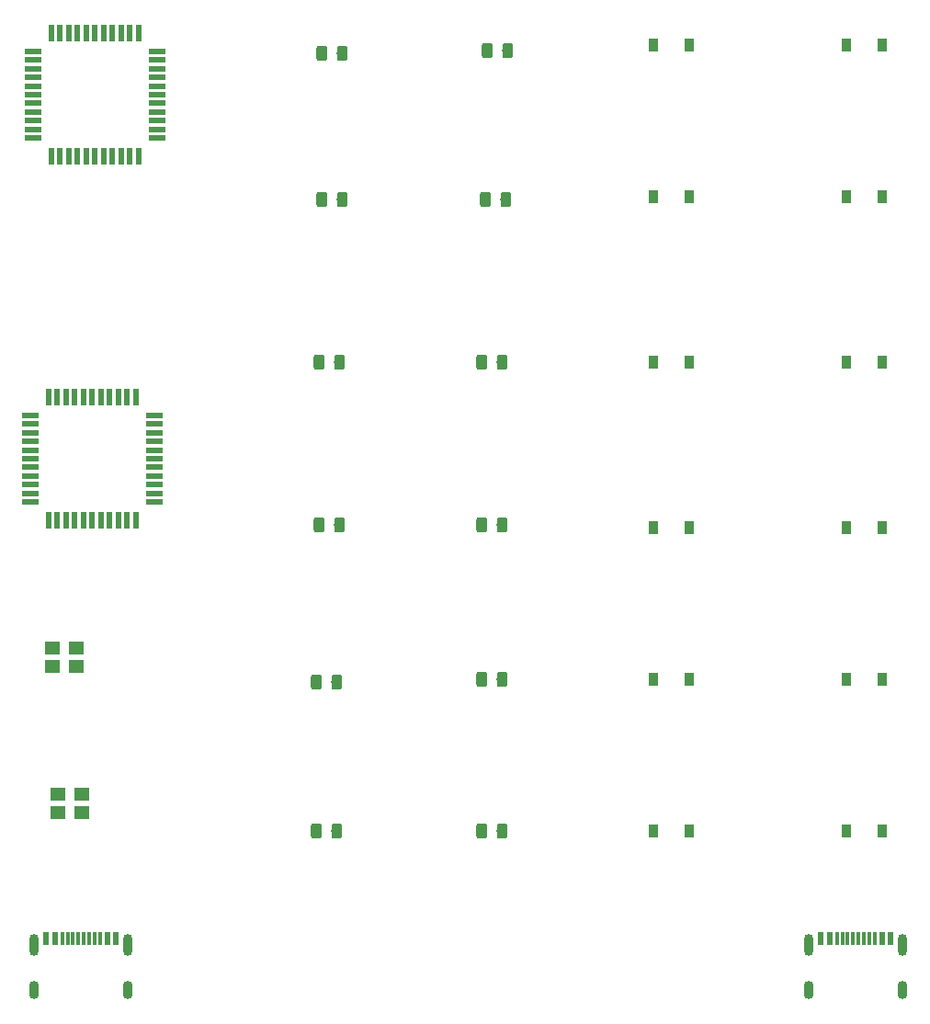
<source format=gbr>
G04 #@! TF.GenerationSoftware,KiCad,Pcbnew,(5.1.4)-1*
G04 #@! TF.CreationDate,2022-12-24T01:49:45-08:00*
G04 #@! TF.ProjectId,SMD-Solder-Practice-Board,534d442d-536f-46c6-9465-722d50726163,rev?*
G04 #@! TF.SameCoordinates,Original*
G04 #@! TF.FileFunction,Copper,L1,Top*
G04 #@! TF.FilePolarity,Positive*
%FSLAX46Y46*%
G04 Gerber Fmt 4.6, Leading zero omitted, Abs format (unit mm)*
G04 Created by KiCad (PCBNEW (5.1.4)-1) date 2022-12-24 01:49:45*
%MOMM*%
%LPD*%
G04 APERTURE LIST*
%ADD10R,0.900000X1.200000*%
%ADD11R,1.400000X1.200000*%
%ADD12R,0.550000X1.500000*%
%ADD13R,1.500000X0.550000*%
%ADD14C,0.100000*%
%ADD15C,0.975000*%
%ADD16R,0.600000X1.160000*%
%ADD17R,0.300000X1.160000*%
%ADD18O,0.900000X1.700000*%
%ADD19O,0.900000X2.000000*%
G04 APERTURE END LIST*
D10*
X127380000Y-53340000D03*
X124080000Y-53340000D03*
X145160000Y-82550000D03*
X141860000Y-82550000D03*
X127380000Y-97790000D03*
X124080000Y-97790000D03*
X145160000Y-97790000D03*
X141860000Y-97790000D03*
X145160000Y-111760000D03*
X141860000Y-111760000D03*
X145160000Y-53340000D03*
X141860000Y-53340000D03*
X145160000Y-67310000D03*
X141860000Y-67310000D03*
X127380000Y-82550000D03*
X124080000Y-82550000D03*
X127380000Y-111760000D03*
X124080000Y-111760000D03*
X127380000Y-67310000D03*
X124080000Y-67310000D03*
X127380000Y-125730000D03*
X124080000Y-125730000D03*
X145160000Y-125730000D03*
X141860000Y-125730000D03*
D11*
X68750000Y-108878000D03*
X70950000Y-108878000D03*
X70950000Y-110578000D03*
X68750000Y-110578000D03*
X69258000Y-122340000D03*
X71458000Y-122340000D03*
X71458000Y-124040000D03*
X69258000Y-124040000D03*
D12*
X68644000Y-52212000D03*
X69444000Y-52212000D03*
X70244000Y-52212000D03*
X71044000Y-52212000D03*
X71844000Y-52212000D03*
X72644000Y-52212000D03*
X73444000Y-52212000D03*
X74244000Y-52212000D03*
X75044000Y-52212000D03*
X75844000Y-52212000D03*
X76644000Y-52212000D03*
D13*
X78344000Y-53912000D03*
X78344000Y-54712000D03*
X78344000Y-55512000D03*
X78344000Y-56312000D03*
X78344000Y-57112000D03*
X78344000Y-57912000D03*
X78344000Y-58712000D03*
X78344000Y-59512000D03*
X78344000Y-60312000D03*
X78344000Y-61112000D03*
X78344000Y-61912000D03*
D12*
X76644000Y-63612000D03*
X75844000Y-63612000D03*
X75044000Y-63612000D03*
X74244000Y-63612000D03*
X73444000Y-63612000D03*
X72644000Y-63612000D03*
X71844000Y-63612000D03*
X71044000Y-63612000D03*
X70244000Y-63612000D03*
X69444000Y-63612000D03*
X68644000Y-63612000D03*
D13*
X66944000Y-61912000D03*
X66944000Y-61112000D03*
X66944000Y-60312000D03*
X66944000Y-59512000D03*
X66944000Y-58712000D03*
X66944000Y-57912000D03*
X66944000Y-57112000D03*
X66944000Y-56312000D03*
X66944000Y-55512000D03*
X66944000Y-54712000D03*
X66944000Y-53912000D03*
D12*
X68390000Y-85740000D03*
X69190000Y-85740000D03*
X69990000Y-85740000D03*
X70790000Y-85740000D03*
X71590000Y-85740000D03*
X72390000Y-85740000D03*
X73190000Y-85740000D03*
X73990000Y-85740000D03*
X74790000Y-85740000D03*
X75590000Y-85740000D03*
X76390000Y-85740000D03*
D13*
X78090000Y-87440000D03*
X78090000Y-88240000D03*
X78090000Y-89040000D03*
X78090000Y-89840000D03*
X78090000Y-90640000D03*
X78090000Y-91440000D03*
X78090000Y-92240000D03*
X78090000Y-93040000D03*
X78090000Y-93840000D03*
X78090000Y-94640000D03*
X78090000Y-95440000D03*
D12*
X76390000Y-97140000D03*
X75590000Y-97140000D03*
X74790000Y-97140000D03*
X73990000Y-97140000D03*
X73190000Y-97140000D03*
X72390000Y-97140000D03*
X71590000Y-97140000D03*
X70790000Y-97140000D03*
X69990000Y-97140000D03*
X69190000Y-97140000D03*
X68390000Y-97140000D03*
D13*
X66690000Y-95440000D03*
X66690000Y-94640000D03*
X66690000Y-93840000D03*
X66690000Y-93040000D03*
X66690000Y-92240000D03*
X66690000Y-91440000D03*
X66690000Y-90640000D03*
X66690000Y-89840000D03*
X66690000Y-89040000D03*
X66690000Y-88240000D03*
X66690000Y-87440000D03*
D14*
G36*
X110757642Y-66865174D02*
G01*
X110781303Y-66868684D01*
X110804507Y-66874496D01*
X110827029Y-66882554D01*
X110848653Y-66892782D01*
X110869170Y-66905079D01*
X110888383Y-66919329D01*
X110906107Y-66935393D01*
X110922171Y-66953117D01*
X110936421Y-66972330D01*
X110948718Y-66992847D01*
X110958946Y-67014471D01*
X110967004Y-67036993D01*
X110972816Y-67060197D01*
X110976326Y-67083858D01*
X110977500Y-67107750D01*
X110977500Y-68020250D01*
X110976326Y-68044142D01*
X110972816Y-68067803D01*
X110967004Y-68091007D01*
X110958946Y-68113529D01*
X110948718Y-68135153D01*
X110936421Y-68155670D01*
X110922171Y-68174883D01*
X110906107Y-68192607D01*
X110888383Y-68208671D01*
X110869170Y-68222921D01*
X110848653Y-68235218D01*
X110827029Y-68245446D01*
X110804507Y-68253504D01*
X110781303Y-68259316D01*
X110757642Y-68262826D01*
X110733750Y-68264000D01*
X110246250Y-68264000D01*
X110222358Y-68262826D01*
X110198697Y-68259316D01*
X110175493Y-68253504D01*
X110152971Y-68245446D01*
X110131347Y-68235218D01*
X110110830Y-68222921D01*
X110091617Y-68208671D01*
X110073893Y-68192607D01*
X110057829Y-68174883D01*
X110043579Y-68155670D01*
X110031282Y-68135153D01*
X110021054Y-68113529D01*
X110012996Y-68091007D01*
X110007184Y-68067803D01*
X110003674Y-68044142D01*
X110002500Y-68020250D01*
X110002500Y-67107750D01*
X110003674Y-67083858D01*
X110007184Y-67060197D01*
X110012996Y-67036993D01*
X110021054Y-67014471D01*
X110031282Y-66992847D01*
X110043579Y-66972330D01*
X110057829Y-66953117D01*
X110073893Y-66935393D01*
X110091617Y-66919329D01*
X110110830Y-66905079D01*
X110131347Y-66892782D01*
X110152971Y-66882554D01*
X110175493Y-66874496D01*
X110198697Y-66868684D01*
X110222358Y-66865174D01*
X110246250Y-66864000D01*
X110733750Y-66864000D01*
X110757642Y-66865174D01*
X110757642Y-66865174D01*
G37*
D15*
X110490000Y-67564000D03*
D14*
G36*
X108882642Y-66865174D02*
G01*
X108906303Y-66868684D01*
X108929507Y-66874496D01*
X108952029Y-66882554D01*
X108973653Y-66892782D01*
X108994170Y-66905079D01*
X109013383Y-66919329D01*
X109031107Y-66935393D01*
X109047171Y-66953117D01*
X109061421Y-66972330D01*
X109073718Y-66992847D01*
X109083946Y-67014471D01*
X109092004Y-67036993D01*
X109097816Y-67060197D01*
X109101326Y-67083858D01*
X109102500Y-67107750D01*
X109102500Y-68020250D01*
X109101326Y-68044142D01*
X109097816Y-68067803D01*
X109092004Y-68091007D01*
X109083946Y-68113529D01*
X109073718Y-68135153D01*
X109061421Y-68155670D01*
X109047171Y-68174883D01*
X109031107Y-68192607D01*
X109013383Y-68208671D01*
X108994170Y-68222921D01*
X108973653Y-68235218D01*
X108952029Y-68245446D01*
X108929507Y-68253504D01*
X108906303Y-68259316D01*
X108882642Y-68262826D01*
X108858750Y-68264000D01*
X108371250Y-68264000D01*
X108347358Y-68262826D01*
X108323697Y-68259316D01*
X108300493Y-68253504D01*
X108277971Y-68245446D01*
X108256347Y-68235218D01*
X108235830Y-68222921D01*
X108216617Y-68208671D01*
X108198893Y-68192607D01*
X108182829Y-68174883D01*
X108168579Y-68155670D01*
X108156282Y-68135153D01*
X108146054Y-68113529D01*
X108137996Y-68091007D01*
X108132184Y-68067803D01*
X108128674Y-68044142D01*
X108127500Y-68020250D01*
X108127500Y-67107750D01*
X108128674Y-67083858D01*
X108132184Y-67060197D01*
X108137996Y-67036993D01*
X108146054Y-67014471D01*
X108156282Y-66992847D01*
X108168579Y-66972330D01*
X108182829Y-66953117D01*
X108198893Y-66935393D01*
X108216617Y-66919329D01*
X108235830Y-66905079D01*
X108256347Y-66892782D01*
X108277971Y-66882554D01*
X108300493Y-66874496D01*
X108323697Y-66868684D01*
X108347358Y-66865174D01*
X108371250Y-66864000D01*
X108858750Y-66864000D01*
X108882642Y-66865174D01*
X108882642Y-66865174D01*
G37*
D15*
X108615000Y-67564000D03*
D14*
G36*
X95185142Y-111315174D02*
G01*
X95208803Y-111318684D01*
X95232007Y-111324496D01*
X95254529Y-111332554D01*
X95276153Y-111342782D01*
X95296670Y-111355079D01*
X95315883Y-111369329D01*
X95333607Y-111385393D01*
X95349671Y-111403117D01*
X95363921Y-111422330D01*
X95376218Y-111442847D01*
X95386446Y-111464471D01*
X95394504Y-111486993D01*
X95400316Y-111510197D01*
X95403826Y-111533858D01*
X95405000Y-111557750D01*
X95405000Y-112470250D01*
X95403826Y-112494142D01*
X95400316Y-112517803D01*
X95394504Y-112541007D01*
X95386446Y-112563529D01*
X95376218Y-112585153D01*
X95363921Y-112605670D01*
X95349671Y-112624883D01*
X95333607Y-112642607D01*
X95315883Y-112658671D01*
X95296670Y-112672921D01*
X95276153Y-112685218D01*
X95254529Y-112695446D01*
X95232007Y-112703504D01*
X95208803Y-112709316D01*
X95185142Y-112712826D01*
X95161250Y-112714000D01*
X94673750Y-112714000D01*
X94649858Y-112712826D01*
X94626197Y-112709316D01*
X94602993Y-112703504D01*
X94580471Y-112695446D01*
X94558847Y-112685218D01*
X94538330Y-112672921D01*
X94519117Y-112658671D01*
X94501393Y-112642607D01*
X94485329Y-112624883D01*
X94471079Y-112605670D01*
X94458782Y-112585153D01*
X94448554Y-112563529D01*
X94440496Y-112541007D01*
X94434684Y-112517803D01*
X94431174Y-112494142D01*
X94430000Y-112470250D01*
X94430000Y-111557750D01*
X94431174Y-111533858D01*
X94434684Y-111510197D01*
X94440496Y-111486993D01*
X94448554Y-111464471D01*
X94458782Y-111442847D01*
X94471079Y-111422330D01*
X94485329Y-111403117D01*
X94501393Y-111385393D01*
X94519117Y-111369329D01*
X94538330Y-111355079D01*
X94558847Y-111342782D01*
X94580471Y-111332554D01*
X94602993Y-111324496D01*
X94626197Y-111318684D01*
X94649858Y-111315174D01*
X94673750Y-111314000D01*
X95161250Y-111314000D01*
X95185142Y-111315174D01*
X95185142Y-111315174D01*
G37*
D15*
X94917500Y-112014000D03*
D14*
G36*
X93310142Y-111315174D02*
G01*
X93333803Y-111318684D01*
X93357007Y-111324496D01*
X93379529Y-111332554D01*
X93401153Y-111342782D01*
X93421670Y-111355079D01*
X93440883Y-111369329D01*
X93458607Y-111385393D01*
X93474671Y-111403117D01*
X93488921Y-111422330D01*
X93501218Y-111442847D01*
X93511446Y-111464471D01*
X93519504Y-111486993D01*
X93525316Y-111510197D01*
X93528826Y-111533858D01*
X93530000Y-111557750D01*
X93530000Y-112470250D01*
X93528826Y-112494142D01*
X93525316Y-112517803D01*
X93519504Y-112541007D01*
X93511446Y-112563529D01*
X93501218Y-112585153D01*
X93488921Y-112605670D01*
X93474671Y-112624883D01*
X93458607Y-112642607D01*
X93440883Y-112658671D01*
X93421670Y-112672921D01*
X93401153Y-112685218D01*
X93379529Y-112695446D01*
X93357007Y-112703504D01*
X93333803Y-112709316D01*
X93310142Y-112712826D01*
X93286250Y-112714000D01*
X92798750Y-112714000D01*
X92774858Y-112712826D01*
X92751197Y-112709316D01*
X92727993Y-112703504D01*
X92705471Y-112695446D01*
X92683847Y-112685218D01*
X92663330Y-112672921D01*
X92644117Y-112658671D01*
X92626393Y-112642607D01*
X92610329Y-112624883D01*
X92596079Y-112605670D01*
X92583782Y-112585153D01*
X92573554Y-112563529D01*
X92565496Y-112541007D01*
X92559684Y-112517803D01*
X92556174Y-112494142D01*
X92555000Y-112470250D01*
X92555000Y-111557750D01*
X92556174Y-111533858D01*
X92559684Y-111510197D01*
X92565496Y-111486993D01*
X92573554Y-111464471D01*
X92583782Y-111442847D01*
X92596079Y-111422330D01*
X92610329Y-111403117D01*
X92626393Y-111385393D01*
X92644117Y-111369329D01*
X92663330Y-111355079D01*
X92683847Y-111342782D01*
X92705471Y-111332554D01*
X92727993Y-111324496D01*
X92751197Y-111318684D01*
X92774858Y-111315174D01*
X92798750Y-111314000D01*
X93286250Y-111314000D01*
X93310142Y-111315174D01*
X93310142Y-111315174D01*
G37*
D15*
X93042500Y-112014000D03*
D14*
G36*
X110425142Y-111061174D02*
G01*
X110448803Y-111064684D01*
X110472007Y-111070496D01*
X110494529Y-111078554D01*
X110516153Y-111088782D01*
X110536670Y-111101079D01*
X110555883Y-111115329D01*
X110573607Y-111131393D01*
X110589671Y-111149117D01*
X110603921Y-111168330D01*
X110616218Y-111188847D01*
X110626446Y-111210471D01*
X110634504Y-111232993D01*
X110640316Y-111256197D01*
X110643826Y-111279858D01*
X110645000Y-111303750D01*
X110645000Y-112216250D01*
X110643826Y-112240142D01*
X110640316Y-112263803D01*
X110634504Y-112287007D01*
X110626446Y-112309529D01*
X110616218Y-112331153D01*
X110603921Y-112351670D01*
X110589671Y-112370883D01*
X110573607Y-112388607D01*
X110555883Y-112404671D01*
X110536670Y-112418921D01*
X110516153Y-112431218D01*
X110494529Y-112441446D01*
X110472007Y-112449504D01*
X110448803Y-112455316D01*
X110425142Y-112458826D01*
X110401250Y-112460000D01*
X109913750Y-112460000D01*
X109889858Y-112458826D01*
X109866197Y-112455316D01*
X109842993Y-112449504D01*
X109820471Y-112441446D01*
X109798847Y-112431218D01*
X109778330Y-112418921D01*
X109759117Y-112404671D01*
X109741393Y-112388607D01*
X109725329Y-112370883D01*
X109711079Y-112351670D01*
X109698782Y-112331153D01*
X109688554Y-112309529D01*
X109680496Y-112287007D01*
X109674684Y-112263803D01*
X109671174Y-112240142D01*
X109670000Y-112216250D01*
X109670000Y-111303750D01*
X109671174Y-111279858D01*
X109674684Y-111256197D01*
X109680496Y-111232993D01*
X109688554Y-111210471D01*
X109698782Y-111188847D01*
X109711079Y-111168330D01*
X109725329Y-111149117D01*
X109741393Y-111131393D01*
X109759117Y-111115329D01*
X109778330Y-111101079D01*
X109798847Y-111088782D01*
X109820471Y-111078554D01*
X109842993Y-111070496D01*
X109866197Y-111064684D01*
X109889858Y-111061174D01*
X109913750Y-111060000D01*
X110401250Y-111060000D01*
X110425142Y-111061174D01*
X110425142Y-111061174D01*
G37*
D15*
X110157500Y-111760000D03*
D14*
G36*
X108550142Y-111061174D02*
G01*
X108573803Y-111064684D01*
X108597007Y-111070496D01*
X108619529Y-111078554D01*
X108641153Y-111088782D01*
X108661670Y-111101079D01*
X108680883Y-111115329D01*
X108698607Y-111131393D01*
X108714671Y-111149117D01*
X108728921Y-111168330D01*
X108741218Y-111188847D01*
X108751446Y-111210471D01*
X108759504Y-111232993D01*
X108765316Y-111256197D01*
X108768826Y-111279858D01*
X108770000Y-111303750D01*
X108770000Y-112216250D01*
X108768826Y-112240142D01*
X108765316Y-112263803D01*
X108759504Y-112287007D01*
X108751446Y-112309529D01*
X108741218Y-112331153D01*
X108728921Y-112351670D01*
X108714671Y-112370883D01*
X108698607Y-112388607D01*
X108680883Y-112404671D01*
X108661670Y-112418921D01*
X108641153Y-112431218D01*
X108619529Y-112441446D01*
X108597007Y-112449504D01*
X108573803Y-112455316D01*
X108550142Y-112458826D01*
X108526250Y-112460000D01*
X108038750Y-112460000D01*
X108014858Y-112458826D01*
X107991197Y-112455316D01*
X107967993Y-112449504D01*
X107945471Y-112441446D01*
X107923847Y-112431218D01*
X107903330Y-112418921D01*
X107884117Y-112404671D01*
X107866393Y-112388607D01*
X107850329Y-112370883D01*
X107836079Y-112351670D01*
X107823782Y-112331153D01*
X107813554Y-112309529D01*
X107805496Y-112287007D01*
X107799684Y-112263803D01*
X107796174Y-112240142D01*
X107795000Y-112216250D01*
X107795000Y-111303750D01*
X107796174Y-111279858D01*
X107799684Y-111256197D01*
X107805496Y-111232993D01*
X107813554Y-111210471D01*
X107823782Y-111188847D01*
X107836079Y-111168330D01*
X107850329Y-111149117D01*
X107866393Y-111131393D01*
X107884117Y-111115329D01*
X107903330Y-111101079D01*
X107923847Y-111088782D01*
X107945471Y-111078554D01*
X107967993Y-111070496D01*
X107991197Y-111064684D01*
X108014858Y-111061174D01*
X108038750Y-111060000D01*
X108526250Y-111060000D01*
X108550142Y-111061174D01*
X108550142Y-111061174D01*
G37*
D15*
X108282500Y-111760000D03*
D14*
G36*
X95439142Y-81851174D02*
G01*
X95462803Y-81854684D01*
X95486007Y-81860496D01*
X95508529Y-81868554D01*
X95530153Y-81878782D01*
X95550670Y-81891079D01*
X95569883Y-81905329D01*
X95587607Y-81921393D01*
X95603671Y-81939117D01*
X95617921Y-81958330D01*
X95630218Y-81978847D01*
X95640446Y-82000471D01*
X95648504Y-82022993D01*
X95654316Y-82046197D01*
X95657826Y-82069858D01*
X95659000Y-82093750D01*
X95659000Y-83006250D01*
X95657826Y-83030142D01*
X95654316Y-83053803D01*
X95648504Y-83077007D01*
X95640446Y-83099529D01*
X95630218Y-83121153D01*
X95617921Y-83141670D01*
X95603671Y-83160883D01*
X95587607Y-83178607D01*
X95569883Y-83194671D01*
X95550670Y-83208921D01*
X95530153Y-83221218D01*
X95508529Y-83231446D01*
X95486007Y-83239504D01*
X95462803Y-83245316D01*
X95439142Y-83248826D01*
X95415250Y-83250000D01*
X94927750Y-83250000D01*
X94903858Y-83248826D01*
X94880197Y-83245316D01*
X94856993Y-83239504D01*
X94834471Y-83231446D01*
X94812847Y-83221218D01*
X94792330Y-83208921D01*
X94773117Y-83194671D01*
X94755393Y-83178607D01*
X94739329Y-83160883D01*
X94725079Y-83141670D01*
X94712782Y-83121153D01*
X94702554Y-83099529D01*
X94694496Y-83077007D01*
X94688684Y-83053803D01*
X94685174Y-83030142D01*
X94684000Y-83006250D01*
X94684000Y-82093750D01*
X94685174Y-82069858D01*
X94688684Y-82046197D01*
X94694496Y-82022993D01*
X94702554Y-82000471D01*
X94712782Y-81978847D01*
X94725079Y-81958330D01*
X94739329Y-81939117D01*
X94755393Y-81921393D01*
X94773117Y-81905329D01*
X94792330Y-81891079D01*
X94812847Y-81878782D01*
X94834471Y-81868554D01*
X94856993Y-81860496D01*
X94880197Y-81854684D01*
X94903858Y-81851174D01*
X94927750Y-81850000D01*
X95415250Y-81850000D01*
X95439142Y-81851174D01*
X95439142Y-81851174D01*
G37*
D15*
X95171500Y-82550000D03*
D14*
G36*
X93564142Y-81851174D02*
G01*
X93587803Y-81854684D01*
X93611007Y-81860496D01*
X93633529Y-81868554D01*
X93655153Y-81878782D01*
X93675670Y-81891079D01*
X93694883Y-81905329D01*
X93712607Y-81921393D01*
X93728671Y-81939117D01*
X93742921Y-81958330D01*
X93755218Y-81978847D01*
X93765446Y-82000471D01*
X93773504Y-82022993D01*
X93779316Y-82046197D01*
X93782826Y-82069858D01*
X93784000Y-82093750D01*
X93784000Y-83006250D01*
X93782826Y-83030142D01*
X93779316Y-83053803D01*
X93773504Y-83077007D01*
X93765446Y-83099529D01*
X93755218Y-83121153D01*
X93742921Y-83141670D01*
X93728671Y-83160883D01*
X93712607Y-83178607D01*
X93694883Y-83194671D01*
X93675670Y-83208921D01*
X93655153Y-83221218D01*
X93633529Y-83231446D01*
X93611007Y-83239504D01*
X93587803Y-83245316D01*
X93564142Y-83248826D01*
X93540250Y-83250000D01*
X93052750Y-83250000D01*
X93028858Y-83248826D01*
X93005197Y-83245316D01*
X92981993Y-83239504D01*
X92959471Y-83231446D01*
X92937847Y-83221218D01*
X92917330Y-83208921D01*
X92898117Y-83194671D01*
X92880393Y-83178607D01*
X92864329Y-83160883D01*
X92850079Y-83141670D01*
X92837782Y-83121153D01*
X92827554Y-83099529D01*
X92819496Y-83077007D01*
X92813684Y-83053803D01*
X92810174Y-83030142D01*
X92809000Y-83006250D01*
X92809000Y-82093750D01*
X92810174Y-82069858D01*
X92813684Y-82046197D01*
X92819496Y-82022993D01*
X92827554Y-82000471D01*
X92837782Y-81978847D01*
X92850079Y-81958330D01*
X92864329Y-81939117D01*
X92880393Y-81921393D01*
X92898117Y-81905329D01*
X92917330Y-81891079D01*
X92937847Y-81878782D01*
X92959471Y-81868554D01*
X92981993Y-81860496D01*
X93005197Y-81854684D01*
X93028858Y-81851174D01*
X93052750Y-81850000D01*
X93540250Y-81850000D01*
X93564142Y-81851174D01*
X93564142Y-81851174D01*
G37*
D15*
X93296500Y-82550000D03*
D14*
G36*
X95693142Y-53403174D02*
G01*
X95716803Y-53406684D01*
X95740007Y-53412496D01*
X95762529Y-53420554D01*
X95784153Y-53430782D01*
X95804670Y-53443079D01*
X95823883Y-53457329D01*
X95841607Y-53473393D01*
X95857671Y-53491117D01*
X95871921Y-53510330D01*
X95884218Y-53530847D01*
X95894446Y-53552471D01*
X95902504Y-53574993D01*
X95908316Y-53598197D01*
X95911826Y-53621858D01*
X95913000Y-53645750D01*
X95913000Y-54558250D01*
X95911826Y-54582142D01*
X95908316Y-54605803D01*
X95902504Y-54629007D01*
X95894446Y-54651529D01*
X95884218Y-54673153D01*
X95871921Y-54693670D01*
X95857671Y-54712883D01*
X95841607Y-54730607D01*
X95823883Y-54746671D01*
X95804670Y-54760921D01*
X95784153Y-54773218D01*
X95762529Y-54783446D01*
X95740007Y-54791504D01*
X95716803Y-54797316D01*
X95693142Y-54800826D01*
X95669250Y-54802000D01*
X95181750Y-54802000D01*
X95157858Y-54800826D01*
X95134197Y-54797316D01*
X95110993Y-54791504D01*
X95088471Y-54783446D01*
X95066847Y-54773218D01*
X95046330Y-54760921D01*
X95027117Y-54746671D01*
X95009393Y-54730607D01*
X94993329Y-54712883D01*
X94979079Y-54693670D01*
X94966782Y-54673153D01*
X94956554Y-54651529D01*
X94948496Y-54629007D01*
X94942684Y-54605803D01*
X94939174Y-54582142D01*
X94938000Y-54558250D01*
X94938000Y-53645750D01*
X94939174Y-53621858D01*
X94942684Y-53598197D01*
X94948496Y-53574993D01*
X94956554Y-53552471D01*
X94966782Y-53530847D01*
X94979079Y-53510330D01*
X94993329Y-53491117D01*
X95009393Y-53473393D01*
X95027117Y-53457329D01*
X95046330Y-53443079D01*
X95066847Y-53430782D01*
X95088471Y-53420554D01*
X95110993Y-53412496D01*
X95134197Y-53406684D01*
X95157858Y-53403174D01*
X95181750Y-53402000D01*
X95669250Y-53402000D01*
X95693142Y-53403174D01*
X95693142Y-53403174D01*
G37*
D15*
X95425500Y-54102000D03*
D14*
G36*
X93818142Y-53403174D02*
G01*
X93841803Y-53406684D01*
X93865007Y-53412496D01*
X93887529Y-53420554D01*
X93909153Y-53430782D01*
X93929670Y-53443079D01*
X93948883Y-53457329D01*
X93966607Y-53473393D01*
X93982671Y-53491117D01*
X93996921Y-53510330D01*
X94009218Y-53530847D01*
X94019446Y-53552471D01*
X94027504Y-53574993D01*
X94033316Y-53598197D01*
X94036826Y-53621858D01*
X94038000Y-53645750D01*
X94038000Y-54558250D01*
X94036826Y-54582142D01*
X94033316Y-54605803D01*
X94027504Y-54629007D01*
X94019446Y-54651529D01*
X94009218Y-54673153D01*
X93996921Y-54693670D01*
X93982671Y-54712883D01*
X93966607Y-54730607D01*
X93948883Y-54746671D01*
X93929670Y-54760921D01*
X93909153Y-54773218D01*
X93887529Y-54783446D01*
X93865007Y-54791504D01*
X93841803Y-54797316D01*
X93818142Y-54800826D01*
X93794250Y-54802000D01*
X93306750Y-54802000D01*
X93282858Y-54800826D01*
X93259197Y-54797316D01*
X93235993Y-54791504D01*
X93213471Y-54783446D01*
X93191847Y-54773218D01*
X93171330Y-54760921D01*
X93152117Y-54746671D01*
X93134393Y-54730607D01*
X93118329Y-54712883D01*
X93104079Y-54693670D01*
X93091782Y-54673153D01*
X93081554Y-54651529D01*
X93073496Y-54629007D01*
X93067684Y-54605803D01*
X93064174Y-54582142D01*
X93063000Y-54558250D01*
X93063000Y-53645750D01*
X93064174Y-53621858D01*
X93067684Y-53598197D01*
X93073496Y-53574993D01*
X93081554Y-53552471D01*
X93091782Y-53530847D01*
X93104079Y-53510330D01*
X93118329Y-53491117D01*
X93134393Y-53473393D01*
X93152117Y-53457329D01*
X93171330Y-53443079D01*
X93191847Y-53430782D01*
X93213471Y-53420554D01*
X93235993Y-53412496D01*
X93259197Y-53406684D01*
X93282858Y-53403174D01*
X93306750Y-53402000D01*
X93794250Y-53402000D01*
X93818142Y-53403174D01*
X93818142Y-53403174D01*
G37*
D15*
X93550500Y-54102000D03*
D14*
G36*
X95439142Y-96837174D02*
G01*
X95462803Y-96840684D01*
X95486007Y-96846496D01*
X95508529Y-96854554D01*
X95530153Y-96864782D01*
X95550670Y-96877079D01*
X95569883Y-96891329D01*
X95587607Y-96907393D01*
X95603671Y-96925117D01*
X95617921Y-96944330D01*
X95630218Y-96964847D01*
X95640446Y-96986471D01*
X95648504Y-97008993D01*
X95654316Y-97032197D01*
X95657826Y-97055858D01*
X95659000Y-97079750D01*
X95659000Y-97992250D01*
X95657826Y-98016142D01*
X95654316Y-98039803D01*
X95648504Y-98063007D01*
X95640446Y-98085529D01*
X95630218Y-98107153D01*
X95617921Y-98127670D01*
X95603671Y-98146883D01*
X95587607Y-98164607D01*
X95569883Y-98180671D01*
X95550670Y-98194921D01*
X95530153Y-98207218D01*
X95508529Y-98217446D01*
X95486007Y-98225504D01*
X95462803Y-98231316D01*
X95439142Y-98234826D01*
X95415250Y-98236000D01*
X94927750Y-98236000D01*
X94903858Y-98234826D01*
X94880197Y-98231316D01*
X94856993Y-98225504D01*
X94834471Y-98217446D01*
X94812847Y-98207218D01*
X94792330Y-98194921D01*
X94773117Y-98180671D01*
X94755393Y-98164607D01*
X94739329Y-98146883D01*
X94725079Y-98127670D01*
X94712782Y-98107153D01*
X94702554Y-98085529D01*
X94694496Y-98063007D01*
X94688684Y-98039803D01*
X94685174Y-98016142D01*
X94684000Y-97992250D01*
X94684000Y-97079750D01*
X94685174Y-97055858D01*
X94688684Y-97032197D01*
X94694496Y-97008993D01*
X94702554Y-96986471D01*
X94712782Y-96964847D01*
X94725079Y-96944330D01*
X94739329Y-96925117D01*
X94755393Y-96907393D01*
X94773117Y-96891329D01*
X94792330Y-96877079D01*
X94812847Y-96864782D01*
X94834471Y-96854554D01*
X94856993Y-96846496D01*
X94880197Y-96840684D01*
X94903858Y-96837174D01*
X94927750Y-96836000D01*
X95415250Y-96836000D01*
X95439142Y-96837174D01*
X95439142Y-96837174D01*
G37*
D15*
X95171500Y-97536000D03*
D14*
G36*
X93564142Y-96837174D02*
G01*
X93587803Y-96840684D01*
X93611007Y-96846496D01*
X93633529Y-96854554D01*
X93655153Y-96864782D01*
X93675670Y-96877079D01*
X93694883Y-96891329D01*
X93712607Y-96907393D01*
X93728671Y-96925117D01*
X93742921Y-96944330D01*
X93755218Y-96964847D01*
X93765446Y-96986471D01*
X93773504Y-97008993D01*
X93779316Y-97032197D01*
X93782826Y-97055858D01*
X93784000Y-97079750D01*
X93784000Y-97992250D01*
X93782826Y-98016142D01*
X93779316Y-98039803D01*
X93773504Y-98063007D01*
X93765446Y-98085529D01*
X93755218Y-98107153D01*
X93742921Y-98127670D01*
X93728671Y-98146883D01*
X93712607Y-98164607D01*
X93694883Y-98180671D01*
X93675670Y-98194921D01*
X93655153Y-98207218D01*
X93633529Y-98217446D01*
X93611007Y-98225504D01*
X93587803Y-98231316D01*
X93564142Y-98234826D01*
X93540250Y-98236000D01*
X93052750Y-98236000D01*
X93028858Y-98234826D01*
X93005197Y-98231316D01*
X92981993Y-98225504D01*
X92959471Y-98217446D01*
X92937847Y-98207218D01*
X92917330Y-98194921D01*
X92898117Y-98180671D01*
X92880393Y-98164607D01*
X92864329Y-98146883D01*
X92850079Y-98127670D01*
X92837782Y-98107153D01*
X92827554Y-98085529D01*
X92819496Y-98063007D01*
X92813684Y-98039803D01*
X92810174Y-98016142D01*
X92809000Y-97992250D01*
X92809000Y-97079750D01*
X92810174Y-97055858D01*
X92813684Y-97032197D01*
X92819496Y-97008993D01*
X92827554Y-96986471D01*
X92837782Y-96964847D01*
X92850079Y-96944330D01*
X92864329Y-96925117D01*
X92880393Y-96907393D01*
X92898117Y-96891329D01*
X92917330Y-96877079D01*
X92937847Y-96864782D01*
X92959471Y-96854554D01*
X92981993Y-96846496D01*
X93005197Y-96840684D01*
X93028858Y-96837174D01*
X93052750Y-96836000D01*
X93540250Y-96836000D01*
X93564142Y-96837174D01*
X93564142Y-96837174D01*
G37*
D15*
X93296500Y-97536000D03*
D14*
G36*
X110425142Y-125031174D02*
G01*
X110448803Y-125034684D01*
X110472007Y-125040496D01*
X110494529Y-125048554D01*
X110516153Y-125058782D01*
X110536670Y-125071079D01*
X110555883Y-125085329D01*
X110573607Y-125101393D01*
X110589671Y-125119117D01*
X110603921Y-125138330D01*
X110616218Y-125158847D01*
X110626446Y-125180471D01*
X110634504Y-125202993D01*
X110640316Y-125226197D01*
X110643826Y-125249858D01*
X110645000Y-125273750D01*
X110645000Y-126186250D01*
X110643826Y-126210142D01*
X110640316Y-126233803D01*
X110634504Y-126257007D01*
X110626446Y-126279529D01*
X110616218Y-126301153D01*
X110603921Y-126321670D01*
X110589671Y-126340883D01*
X110573607Y-126358607D01*
X110555883Y-126374671D01*
X110536670Y-126388921D01*
X110516153Y-126401218D01*
X110494529Y-126411446D01*
X110472007Y-126419504D01*
X110448803Y-126425316D01*
X110425142Y-126428826D01*
X110401250Y-126430000D01*
X109913750Y-126430000D01*
X109889858Y-126428826D01*
X109866197Y-126425316D01*
X109842993Y-126419504D01*
X109820471Y-126411446D01*
X109798847Y-126401218D01*
X109778330Y-126388921D01*
X109759117Y-126374671D01*
X109741393Y-126358607D01*
X109725329Y-126340883D01*
X109711079Y-126321670D01*
X109698782Y-126301153D01*
X109688554Y-126279529D01*
X109680496Y-126257007D01*
X109674684Y-126233803D01*
X109671174Y-126210142D01*
X109670000Y-126186250D01*
X109670000Y-125273750D01*
X109671174Y-125249858D01*
X109674684Y-125226197D01*
X109680496Y-125202993D01*
X109688554Y-125180471D01*
X109698782Y-125158847D01*
X109711079Y-125138330D01*
X109725329Y-125119117D01*
X109741393Y-125101393D01*
X109759117Y-125085329D01*
X109778330Y-125071079D01*
X109798847Y-125058782D01*
X109820471Y-125048554D01*
X109842993Y-125040496D01*
X109866197Y-125034684D01*
X109889858Y-125031174D01*
X109913750Y-125030000D01*
X110401250Y-125030000D01*
X110425142Y-125031174D01*
X110425142Y-125031174D01*
G37*
D15*
X110157500Y-125730000D03*
D14*
G36*
X108550142Y-125031174D02*
G01*
X108573803Y-125034684D01*
X108597007Y-125040496D01*
X108619529Y-125048554D01*
X108641153Y-125058782D01*
X108661670Y-125071079D01*
X108680883Y-125085329D01*
X108698607Y-125101393D01*
X108714671Y-125119117D01*
X108728921Y-125138330D01*
X108741218Y-125158847D01*
X108751446Y-125180471D01*
X108759504Y-125202993D01*
X108765316Y-125226197D01*
X108768826Y-125249858D01*
X108770000Y-125273750D01*
X108770000Y-126186250D01*
X108768826Y-126210142D01*
X108765316Y-126233803D01*
X108759504Y-126257007D01*
X108751446Y-126279529D01*
X108741218Y-126301153D01*
X108728921Y-126321670D01*
X108714671Y-126340883D01*
X108698607Y-126358607D01*
X108680883Y-126374671D01*
X108661670Y-126388921D01*
X108641153Y-126401218D01*
X108619529Y-126411446D01*
X108597007Y-126419504D01*
X108573803Y-126425316D01*
X108550142Y-126428826D01*
X108526250Y-126430000D01*
X108038750Y-126430000D01*
X108014858Y-126428826D01*
X107991197Y-126425316D01*
X107967993Y-126419504D01*
X107945471Y-126411446D01*
X107923847Y-126401218D01*
X107903330Y-126388921D01*
X107884117Y-126374671D01*
X107866393Y-126358607D01*
X107850329Y-126340883D01*
X107836079Y-126321670D01*
X107823782Y-126301153D01*
X107813554Y-126279529D01*
X107805496Y-126257007D01*
X107799684Y-126233803D01*
X107796174Y-126210142D01*
X107795000Y-126186250D01*
X107795000Y-125273750D01*
X107796174Y-125249858D01*
X107799684Y-125226197D01*
X107805496Y-125202993D01*
X107813554Y-125180471D01*
X107823782Y-125158847D01*
X107836079Y-125138330D01*
X107850329Y-125119117D01*
X107866393Y-125101393D01*
X107884117Y-125085329D01*
X107903330Y-125071079D01*
X107923847Y-125058782D01*
X107945471Y-125048554D01*
X107967993Y-125040496D01*
X107991197Y-125034684D01*
X108014858Y-125031174D01*
X108038750Y-125030000D01*
X108526250Y-125030000D01*
X108550142Y-125031174D01*
X108550142Y-125031174D01*
G37*
D15*
X108282500Y-125730000D03*
D14*
G36*
X110933142Y-53149174D02*
G01*
X110956803Y-53152684D01*
X110980007Y-53158496D01*
X111002529Y-53166554D01*
X111024153Y-53176782D01*
X111044670Y-53189079D01*
X111063883Y-53203329D01*
X111081607Y-53219393D01*
X111097671Y-53237117D01*
X111111921Y-53256330D01*
X111124218Y-53276847D01*
X111134446Y-53298471D01*
X111142504Y-53320993D01*
X111148316Y-53344197D01*
X111151826Y-53367858D01*
X111153000Y-53391750D01*
X111153000Y-54304250D01*
X111151826Y-54328142D01*
X111148316Y-54351803D01*
X111142504Y-54375007D01*
X111134446Y-54397529D01*
X111124218Y-54419153D01*
X111111921Y-54439670D01*
X111097671Y-54458883D01*
X111081607Y-54476607D01*
X111063883Y-54492671D01*
X111044670Y-54506921D01*
X111024153Y-54519218D01*
X111002529Y-54529446D01*
X110980007Y-54537504D01*
X110956803Y-54543316D01*
X110933142Y-54546826D01*
X110909250Y-54548000D01*
X110421750Y-54548000D01*
X110397858Y-54546826D01*
X110374197Y-54543316D01*
X110350993Y-54537504D01*
X110328471Y-54529446D01*
X110306847Y-54519218D01*
X110286330Y-54506921D01*
X110267117Y-54492671D01*
X110249393Y-54476607D01*
X110233329Y-54458883D01*
X110219079Y-54439670D01*
X110206782Y-54419153D01*
X110196554Y-54397529D01*
X110188496Y-54375007D01*
X110182684Y-54351803D01*
X110179174Y-54328142D01*
X110178000Y-54304250D01*
X110178000Y-53391750D01*
X110179174Y-53367858D01*
X110182684Y-53344197D01*
X110188496Y-53320993D01*
X110196554Y-53298471D01*
X110206782Y-53276847D01*
X110219079Y-53256330D01*
X110233329Y-53237117D01*
X110249393Y-53219393D01*
X110267117Y-53203329D01*
X110286330Y-53189079D01*
X110306847Y-53176782D01*
X110328471Y-53166554D01*
X110350993Y-53158496D01*
X110374197Y-53152684D01*
X110397858Y-53149174D01*
X110421750Y-53148000D01*
X110909250Y-53148000D01*
X110933142Y-53149174D01*
X110933142Y-53149174D01*
G37*
D15*
X110665500Y-53848000D03*
D14*
G36*
X109058142Y-53149174D02*
G01*
X109081803Y-53152684D01*
X109105007Y-53158496D01*
X109127529Y-53166554D01*
X109149153Y-53176782D01*
X109169670Y-53189079D01*
X109188883Y-53203329D01*
X109206607Y-53219393D01*
X109222671Y-53237117D01*
X109236921Y-53256330D01*
X109249218Y-53276847D01*
X109259446Y-53298471D01*
X109267504Y-53320993D01*
X109273316Y-53344197D01*
X109276826Y-53367858D01*
X109278000Y-53391750D01*
X109278000Y-54304250D01*
X109276826Y-54328142D01*
X109273316Y-54351803D01*
X109267504Y-54375007D01*
X109259446Y-54397529D01*
X109249218Y-54419153D01*
X109236921Y-54439670D01*
X109222671Y-54458883D01*
X109206607Y-54476607D01*
X109188883Y-54492671D01*
X109169670Y-54506921D01*
X109149153Y-54519218D01*
X109127529Y-54529446D01*
X109105007Y-54537504D01*
X109081803Y-54543316D01*
X109058142Y-54546826D01*
X109034250Y-54548000D01*
X108546750Y-54548000D01*
X108522858Y-54546826D01*
X108499197Y-54543316D01*
X108475993Y-54537504D01*
X108453471Y-54529446D01*
X108431847Y-54519218D01*
X108411330Y-54506921D01*
X108392117Y-54492671D01*
X108374393Y-54476607D01*
X108358329Y-54458883D01*
X108344079Y-54439670D01*
X108331782Y-54419153D01*
X108321554Y-54397529D01*
X108313496Y-54375007D01*
X108307684Y-54351803D01*
X108304174Y-54328142D01*
X108303000Y-54304250D01*
X108303000Y-53391750D01*
X108304174Y-53367858D01*
X108307684Y-53344197D01*
X108313496Y-53320993D01*
X108321554Y-53298471D01*
X108331782Y-53276847D01*
X108344079Y-53256330D01*
X108358329Y-53237117D01*
X108374393Y-53219393D01*
X108392117Y-53203329D01*
X108411330Y-53189079D01*
X108431847Y-53176782D01*
X108453471Y-53166554D01*
X108475993Y-53158496D01*
X108499197Y-53152684D01*
X108522858Y-53149174D01*
X108546750Y-53148000D01*
X109034250Y-53148000D01*
X109058142Y-53149174D01*
X109058142Y-53149174D01*
G37*
D15*
X108790500Y-53848000D03*
D14*
G36*
X95693142Y-66865174D02*
G01*
X95716803Y-66868684D01*
X95740007Y-66874496D01*
X95762529Y-66882554D01*
X95784153Y-66892782D01*
X95804670Y-66905079D01*
X95823883Y-66919329D01*
X95841607Y-66935393D01*
X95857671Y-66953117D01*
X95871921Y-66972330D01*
X95884218Y-66992847D01*
X95894446Y-67014471D01*
X95902504Y-67036993D01*
X95908316Y-67060197D01*
X95911826Y-67083858D01*
X95913000Y-67107750D01*
X95913000Y-68020250D01*
X95911826Y-68044142D01*
X95908316Y-68067803D01*
X95902504Y-68091007D01*
X95894446Y-68113529D01*
X95884218Y-68135153D01*
X95871921Y-68155670D01*
X95857671Y-68174883D01*
X95841607Y-68192607D01*
X95823883Y-68208671D01*
X95804670Y-68222921D01*
X95784153Y-68235218D01*
X95762529Y-68245446D01*
X95740007Y-68253504D01*
X95716803Y-68259316D01*
X95693142Y-68262826D01*
X95669250Y-68264000D01*
X95181750Y-68264000D01*
X95157858Y-68262826D01*
X95134197Y-68259316D01*
X95110993Y-68253504D01*
X95088471Y-68245446D01*
X95066847Y-68235218D01*
X95046330Y-68222921D01*
X95027117Y-68208671D01*
X95009393Y-68192607D01*
X94993329Y-68174883D01*
X94979079Y-68155670D01*
X94966782Y-68135153D01*
X94956554Y-68113529D01*
X94948496Y-68091007D01*
X94942684Y-68067803D01*
X94939174Y-68044142D01*
X94938000Y-68020250D01*
X94938000Y-67107750D01*
X94939174Y-67083858D01*
X94942684Y-67060197D01*
X94948496Y-67036993D01*
X94956554Y-67014471D01*
X94966782Y-66992847D01*
X94979079Y-66972330D01*
X94993329Y-66953117D01*
X95009393Y-66935393D01*
X95027117Y-66919329D01*
X95046330Y-66905079D01*
X95066847Y-66892782D01*
X95088471Y-66882554D01*
X95110993Y-66874496D01*
X95134197Y-66868684D01*
X95157858Y-66865174D01*
X95181750Y-66864000D01*
X95669250Y-66864000D01*
X95693142Y-66865174D01*
X95693142Y-66865174D01*
G37*
D15*
X95425500Y-67564000D03*
D14*
G36*
X93818142Y-66865174D02*
G01*
X93841803Y-66868684D01*
X93865007Y-66874496D01*
X93887529Y-66882554D01*
X93909153Y-66892782D01*
X93929670Y-66905079D01*
X93948883Y-66919329D01*
X93966607Y-66935393D01*
X93982671Y-66953117D01*
X93996921Y-66972330D01*
X94009218Y-66992847D01*
X94019446Y-67014471D01*
X94027504Y-67036993D01*
X94033316Y-67060197D01*
X94036826Y-67083858D01*
X94038000Y-67107750D01*
X94038000Y-68020250D01*
X94036826Y-68044142D01*
X94033316Y-68067803D01*
X94027504Y-68091007D01*
X94019446Y-68113529D01*
X94009218Y-68135153D01*
X93996921Y-68155670D01*
X93982671Y-68174883D01*
X93966607Y-68192607D01*
X93948883Y-68208671D01*
X93929670Y-68222921D01*
X93909153Y-68235218D01*
X93887529Y-68245446D01*
X93865007Y-68253504D01*
X93841803Y-68259316D01*
X93818142Y-68262826D01*
X93794250Y-68264000D01*
X93306750Y-68264000D01*
X93282858Y-68262826D01*
X93259197Y-68259316D01*
X93235993Y-68253504D01*
X93213471Y-68245446D01*
X93191847Y-68235218D01*
X93171330Y-68222921D01*
X93152117Y-68208671D01*
X93134393Y-68192607D01*
X93118329Y-68174883D01*
X93104079Y-68155670D01*
X93091782Y-68135153D01*
X93081554Y-68113529D01*
X93073496Y-68091007D01*
X93067684Y-68067803D01*
X93064174Y-68044142D01*
X93063000Y-68020250D01*
X93063000Y-67107750D01*
X93064174Y-67083858D01*
X93067684Y-67060197D01*
X93073496Y-67036993D01*
X93081554Y-67014471D01*
X93091782Y-66992847D01*
X93104079Y-66972330D01*
X93118329Y-66953117D01*
X93134393Y-66935393D01*
X93152117Y-66919329D01*
X93171330Y-66905079D01*
X93191847Y-66892782D01*
X93213471Y-66882554D01*
X93235993Y-66874496D01*
X93259197Y-66868684D01*
X93282858Y-66865174D01*
X93306750Y-66864000D01*
X93794250Y-66864000D01*
X93818142Y-66865174D01*
X93818142Y-66865174D01*
G37*
D15*
X93550500Y-67564000D03*
D14*
G36*
X110425142Y-81851174D02*
G01*
X110448803Y-81854684D01*
X110472007Y-81860496D01*
X110494529Y-81868554D01*
X110516153Y-81878782D01*
X110536670Y-81891079D01*
X110555883Y-81905329D01*
X110573607Y-81921393D01*
X110589671Y-81939117D01*
X110603921Y-81958330D01*
X110616218Y-81978847D01*
X110626446Y-82000471D01*
X110634504Y-82022993D01*
X110640316Y-82046197D01*
X110643826Y-82069858D01*
X110645000Y-82093750D01*
X110645000Y-83006250D01*
X110643826Y-83030142D01*
X110640316Y-83053803D01*
X110634504Y-83077007D01*
X110626446Y-83099529D01*
X110616218Y-83121153D01*
X110603921Y-83141670D01*
X110589671Y-83160883D01*
X110573607Y-83178607D01*
X110555883Y-83194671D01*
X110536670Y-83208921D01*
X110516153Y-83221218D01*
X110494529Y-83231446D01*
X110472007Y-83239504D01*
X110448803Y-83245316D01*
X110425142Y-83248826D01*
X110401250Y-83250000D01*
X109913750Y-83250000D01*
X109889858Y-83248826D01*
X109866197Y-83245316D01*
X109842993Y-83239504D01*
X109820471Y-83231446D01*
X109798847Y-83221218D01*
X109778330Y-83208921D01*
X109759117Y-83194671D01*
X109741393Y-83178607D01*
X109725329Y-83160883D01*
X109711079Y-83141670D01*
X109698782Y-83121153D01*
X109688554Y-83099529D01*
X109680496Y-83077007D01*
X109674684Y-83053803D01*
X109671174Y-83030142D01*
X109670000Y-83006250D01*
X109670000Y-82093750D01*
X109671174Y-82069858D01*
X109674684Y-82046197D01*
X109680496Y-82022993D01*
X109688554Y-82000471D01*
X109698782Y-81978847D01*
X109711079Y-81958330D01*
X109725329Y-81939117D01*
X109741393Y-81921393D01*
X109759117Y-81905329D01*
X109778330Y-81891079D01*
X109798847Y-81878782D01*
X109820471Y-81868554D01*
X109842993Y-81860496D01*
X109866197Y-81854684D01*
X109889858Y-81851174D01*
X109913750Y-81850000D01*
X110401250Y-81850000D01*
X110425142Y-81851174D01*
X110425142Y-81851174D01*
G37*
D15*
X110157500Y-82550000D03*
D14*
G36*
X108550142Y-81851174D02*
G01*
X108573803Y-81854684D01*
X108597007Y-81860496D01*
X108619529Y-81868554D01*
X108641153Y-81878782D01*
X108661670Y-81891079D01*
X108680883Y-81905329D01*
X108698607Y-81921393D01*
X108714671Y-81939117D01*
X108728921Y-81958330D01*
X108741218Y-81978847D01*
X108751446Y-82000471D01*
X108759504Y-82022993D01*
X108765316Y-82046197D01*
X108768826Y-82069858D01*
X108770000Y-82093750D01*
X108770000Y-83006250D01*
X108768826Y-83030142D01*
X108765316Y-83053803D01*
X108759504Y-83077007D01*
X108751446Y-83099529D01*
X108741218Y-83121153D01*
X108728921Y-83141670D01*
X108714671Y-83160883D01*
X108698607Y-83178607D01*
X108680883Y-83194671D01*
X108661670Y-83208921D01*
X108641153Y-83221218D01*
X108619529Y-83231446D01*
X108597007Y-83239504D01*
X108573803Y-83245316D01*
X108550142Y-83248826D01*
X108526250Y-83250000D01*
X108038750Y-83250000D01*
X108014858Y-83248826D01*
X107991197Y-83245316D01*
X107967993Y-83239504D01*
X107945471Y-83231446D01*
X107923847Y-83221218D01*
X107903330Y-83208921D01*
X107884117Y-83194671D01*
X107866393Y-83178607D01*
X107850329Y-83160883D01*
X107836079Y-83141670D01*
X107823782Y-83121153D01*
X107813554Y-83099529D01*
X107805496Y-83077007D01*
X107799684Y-83053803D01*
X107796174Y-83030142D01*
X107795000Y-83006250D01*
X107795000Y-82093750D01*
X107796174Y-82069858D01*
X107799684Y-82046197D01*
X107805496Y-82022993D01*
X107813554Y-82000471D01*
X107823782Y-81978847D01*
X107836079Y-81958330D01*
X107850329Y-81939117D01*
X107866393Y-81921393D01*
X107884117Y-81905329D01*
X107903330Y-81891079D01*
X107923847Y-81878782D01*
X107945471Y-81868554D01*
X107967993Y-81860496D01*
X107991197Y-81854684D01*
X108014858Y-81851174D01*
X108038750Y-81850000D01*
X108526250Y-81850000D01*
X108550142Y-81851174D01*
X108550142Y-81851174D01*
G37*
D15*
X108282500Y-82550000D03*
D14*
G36*
X95185142Y-125031174D02*
G01*
X95208803Y-125034684D01*
X95232007Y-125040496D01*
X95254529Y-125048554D01*
X95276153Y-125058782D01*
X95296670Y-125071079D01*
X95315883Y-125085329D01*
X95333607Y-125101393D01*
X95349671Y-125119117D01*
X95363921Y-125138330D01*
X95376218Y-125158847D01*
X95386446Y-125180471D01*
X95394504Y-125202993D01*
X95400316Y-125226197D01*
X95403826Y-125249858D01*
X95405000Y-125273750D01*
X95405000Y-126186250D01*
X95403826Y-126210142D01*
X95400316Y-126233803D01*
X95394504Y-126257007D01*
X95386446Y-126279529D01*
X95376218Y-126301153D01*
X95363921Y-126321670D01*
X95349671Y-126340883D01*
X95333607Y-126358607D01*
X95315883Y-126374671D01*
X95296670Y-126388921D01*
X95276153Y-126401218D01*
X95254529Y-126411446D01*
X95232007Y-126419504D01*
X95208803Y-126425316D01*
X95185142Y-126428826D01*
X95161250Y-126430000D01*
X94673750Y-126430000D01*
X94649858Y-126428826D01*
X94626197Y-126425316D01*
X94602993Y-126419504D01*
X94580471Y-126411446D01*
X94558847Y-126401218D01*
X94538330Y-126388921D01*
X94519117Y-126374671D01*
X94501393Y-126358607D01*
X94485329Y-126340883D01*
X94471079Y-126321670D01*
X94458782Y-126301153D01*
X94448554Y-126279529D01*
X94440496Y-126257007D01*
X94434684Y-126233803D01*
X94431174Y-126210142D01*
X94430000Y-126186250D01*
X94430000Y-125273750D01*
X94431174Y-125249858D01*
X94434684Y-125226197D01*
X94440496Y-125202993D01*
X94448554Y-125180471D01*
X94458782Y-125158847D01*
X94471079Y-125138330D01*
X94485329Y-125119117D01*
X94501393Y-125101393D01*
X94519117Y-125085329D01*
X94538330Y-125071079D01*
X94558847Y-125058782D01*
X94580471Y-125048554D01*
X94602993Y-125040496D01*
X94626197Y-125034684D01*
X94649858Y-125031174D01*
X94673750Y-125030000D01*
X95161250Y-125030000D01*
X95185142Y-125031174D01*
X95185142Y-125031174D01*
G37*
D15*
X94917500Y-125730000D03*
D14*
G36*
X93310142Y-125031174D02*
G01*
X93333803Y-125034684D01*
X93357007Y-125040496D01*
X93379529Y-125048554D01*
X93401153Y-125058782D01*
X93421670Y-125071079D01*
X93440883Y-125085329D01*
X93458607Y-125101393D01*
X93474671Y-125119117D01*
X93488921Y-125138330D01*
X93501218Y-125158847D01*
X93511446Y-125180471D01*
X93519504Y-125202993D01*
X93525316Y-125226197D01*
X93528826Y-125249858D01*
X93530000Y-125273750D01*
X93530000Y-126186250D01*
X93528826Y-126210142D01*
X93525316Y-126233803D01*
X93519504Y-126257007D01*
X93511446Y-126279529D01*
X93501218Y-126301153D01*
X93488921Y-126321670D01*
X93474671Y-126340883D01*
X93458607Y-126358607D01*
X93440883Y-126374671D01*
X93421670Y-126388921D01*
X93401153Y-126401218D01*
X93379529Y-126411446D01*
X93357007Y-126419504D01*
X93333803Y-126425316D01*
X93310142Y-126428826D01*
X93286250Y-126430000D01*
X92798750Y-126430000D01*
X92774858Y-126428826D01*
X92751197Y-126425316D01*
X92727993Y-126419504D01*
X92705471Y-126411446D01*
X92683847Y-126401218D01*
X92663330Y-126388921D01*
X92644117Y-126374671D01*
X92626393Y-126358607D01*
X92610329Y-126340883D01*
X92596079Y-126321670D01*
X92583782Y-126301153D01*
X92573554Y-126279529D01*
X92565496Y-126257007D01*
X92559684Y-126233803D01*
X92556174Y-126210142D01*
X92555000Y-126186250D01*
X92555000Y-125273750D01*
X92556174Y-125249858D01*
X92559684Y-125226197D01*
X92565496Y-125202993D01*
X92573554Y-125180471D01*
X92583782Y-125158847D01*
X92596079Y-125138330D01*
X92610329Y-125119117D01*
X92626393Y-125101393D01*
X92644117Y-125085329D01*
X92663330Y-125071079D01*
X92683847Y-125058782D01*
X92705471Y-125048554D01*
X92727993Y-125040496D01*
X92751197Y-125034684D01*
X92774858Y-125031174D01*
X92798750Y-125030000D01*
X93286250Y-125030000D01*
X93310142Y-125031174D01*
X93310142Y-125031174D01*
G37*
D15*
X93042500Y-125730000D03*
D14*
G36*
X110425142Y-96837174D02*
G01*
X110448803Y-96840684D01*
X110472007Y-96846496D01*
X110494529Y-96854554D01*
X110516153Y-96864782D01*
X110536670Y-96877079D01*
X110555883Y-96891329D01*
X110573607Y-96907393D01*
X110589671Y-96925117D01*
X110603921Y-96944330D01*
X110616218Y-96964847D01*
X110626446Y-96986471D01*
X110634504Y-97008993D01*
X110640316Y-97032197D01*
X110643826Y-97055858D01*
X110645000Y-97079750D01*
X110645000Y-97992250D01*
X110643826Y-98016142D01*
X110640316Y-98039803D01*
X110634504Y-98063007D01*
X110626446Y-98085529D01*
X110616218Y-98107153D01*
X110603921Y-98127670D01*
X110589671Y-98146883D01*
X110573607Y-98164607D01*
X110555883Y-98180671D01*
X110536670Y-98194921D01*
X110516153Y-98207218D01*
X110494529Y-98217446D01*
X110472007Y-98225504D01*
X110448803Y-98231316D01*
X110425142Y-98234826D01*
X110401250Y-98236000D01*
X109913750Y-98236000D01*
X109889858Y-98234826D01*
X109866197Y-98231316D01*
X109842993Y-98225504D01*
X109820471Y-98217446D01*
X109798847Y-98207218D01*
X109778330Y-98194921D01*
X109759117Y-98180671D01*
X109741393Y-98164607D01*
X109725329Y-98146883D01*
X109711079Y-98127670D01*
X109698782Y-98107153D01*
X109688554Y-98085529D01*
X109680496Y-98063007D01*
X109674684Y-98039803D01*
X109671174Y-98016142D01*
X109670000Y-97992250D01*
X109670000Y-97079750D01*
X109671174Y-97055858D01*
X109674684Y-97032197D01*
X109680496Y-97008993D01*
X109688554Y-96986471D01*
X109698782Y-96964847D01*
X109711079Y-96944330D01*
X109725329Y-96925117D01*
X109741393Y-96907393D01*
X109759117Y-96891329D01*
X109778330Y-96877079D01*
X109798847Y-96864782D01*
X109820471Y-96854554D01*
X109842993Y-96846496D01*
X109866197Y-96840684D01*
X109889858Y-96837174D01*
X109913750Y-96836000D01*
X110401250Y-96836000D01*
X110425142Y-96837174D01*
X110425142Y-96837174D01*
G37*
D15*
X110157500Y-97536000D03*
D14*
G36*
X108550142Y-96837174D02*
G01*
X108573803Y-96840684D01*
X108597007Y-96846496D01*
X108619529Y-96854554D01*
X108641153Y-96864782D01*
X108661670Y-96877079D01*
X108680883Y-96891329D01*
X108698607Y-96907393D01*
X108714671Y-96925117D01*
X108728921Y-96944330D01*
X108741218Y-96964847D01*
X108751446Y-96986471D01*
X108759504Y-97008993D01*
X108765316Y-97032197D01*
X108768826Y-97055858D01*
X108770000Y-97079750D01*
X108770000Y-97992250D01*
X108768826Y-98016142D01*
X108765316Y-98039803D01*
X108759504Y-98063007D01*
X108751446Y-98085529D01*
X108741218Y-98107153D01*
X108728921Y-98127670D01*
X108714671Y-98146883D01*
X108698607Y-98164607D01*
X108680883Y-98180671D01*
X108661670Y-98194921D01*
X108641153Y-98207218D01*
X108619529Y-98217446D01*
X108597007Y-98225504D01*
X108573803Y-98231316D01*
X108550142Y-98234826D01*
X108526250Y-98236000D01*
X108038750Y-98236000D01*
X108014858Y-98234826D01*
X107991197Y-98231316D01*
X107967993Y-98225504D01*
X107945471Y-98217446D01*
X107923847Y-98207218D01*
X107903330Y-98194921D01*
X107884117Y-98180671D01*
X107866393Y-98164607D01*
X107850329Y-98146883D01*
X107836079Y-98127670D01*
X107823782Y-98107153D01*
X107813554Y-98085529D01*
X107805496Y-98063007D01*
X107799684Y-98039803D01*
X107796174Y-98016142D01*
X107795000Y-97992250D01*
X107795000Y-97079750D01*
X107796174Y-97055858D01*
X107799684Y-97032197D01*
X107805496Y-97008993D01*
X107813554Y-96986471D01*
X107823782Y-96964847D01*
X107836079Y-96944330D01*
X107850329Y-96925117D01*
X107866393Y-96907393D01*
X107884117Y-96891329D01*
X107903330Y-96877079D01*
X107923847Y-96864782D01*
X107945471Y-96854554D01*
X107967993Y-96846496D01*
X107991197Y-96840684D01*
X108014858Y-96837174D01*
X108038750Y-96836000D01*
X108526250Y-96836000D01*
X108550142Y-96837174D01*
X108550142Y-96837174D01*
G37*
D15*
X108282500Y-97536000D03*
D16*
X74574000Y-135666000D03*
X73774000Y-135666000D03*
X74574000Y-135666000D03*
X73774000Y-135666000D03*
X68174000Y-135666000D03*
X68174000Y-135666000D03*
X68974000Y-135666000D03*
X68974000Y-135666000D03*
D17*
X73124000Y-135666000D03*
X72124000Y-135666000D03*
X72624000Y-135666000D03*
X70124000Y-135666000D03*
X69624000Y-135666000D03*
X71624000Y-135666000D03*
X71124000Y-135666000D03*
X70624000Y-135666000D03*
D18*
X75694000Y-140416000D03*
X67054000Y-140416000D03*
D19*
X75694000Y-136246000D03*
X67054000Y-136246000D03*
D16*
X145948000Y-135666000D03*
X145148000Y-135666000D03*
X145948000Y-135666000D03*
X145148000Y-135666000D03*
X139548000Y-135666000D03*
X139548000Y-135666000D03*
X140348000Y-135666000D03*
X140348000Y-135666000D03*
D17*
X144498000Y-135666000D03*
X143498000Y-135666000D03*
X143998000Y-135666000D03*
X141498000Y-135666000D03*
X140998000Y-135666000D03*
X142998000Y-135666000D03*
X142498000Y-135666000D03*
X141998000Y-135666000D03*
D18*
X147068000Y-140416000D03*
X138428000Y-140416000D03*
D19*
X147068000Y-136246000D03*
X138428000Y-136246000D03*
M02*

</source>
